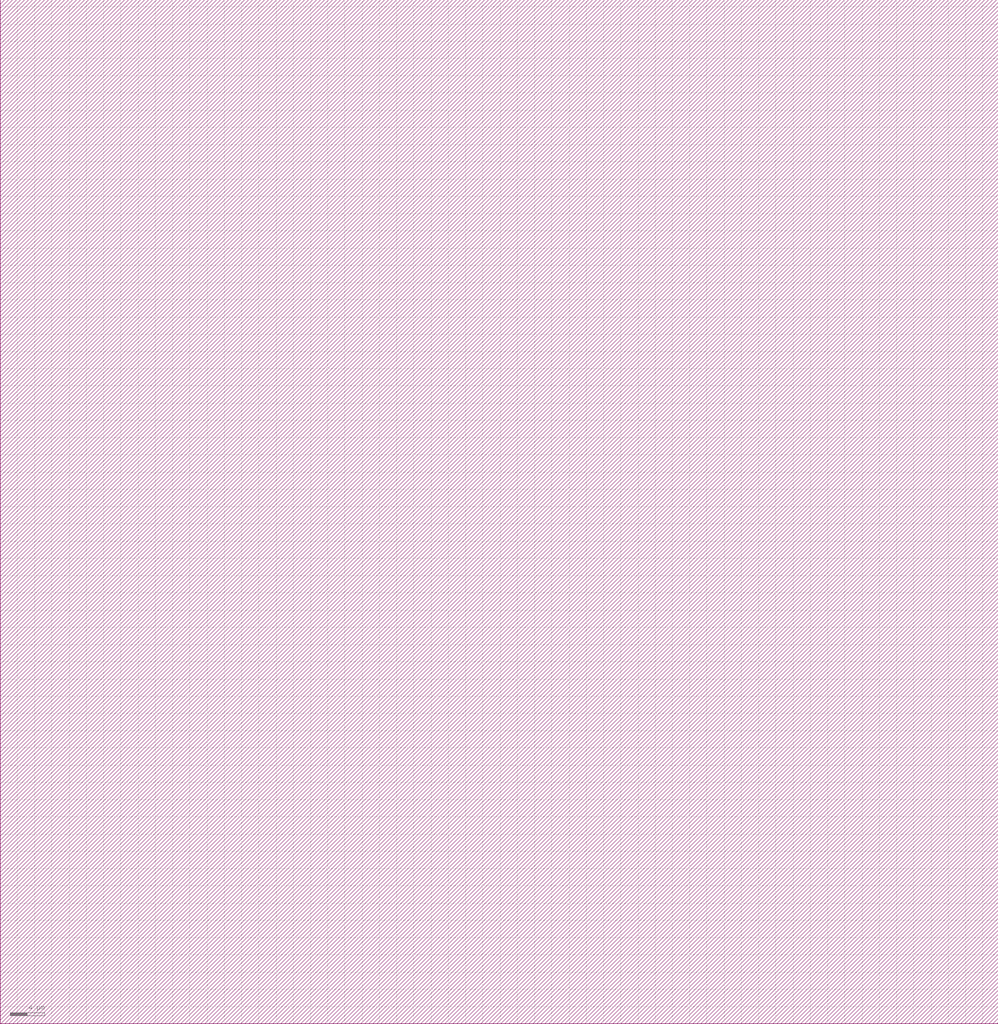
<source format=lef>
VERSION 5.6 ;

BUSBITCHARS "[]" ;

DIVIDERCHAR "/" ;

UNITS
    DATABASE MICRONS 1000 ;
END UNITS

MANUFACTURINGGRID 0.005000 ; 

CLEARANCEMEASURE EUCLIDEAN ; 

USEMINSPACING OBS ON ; 

SITE CoreSite
    CLASS CORE ;
    SIZE 0.600000 BY 0.300000 ;
END CoreSite

LAYER li
   TYPE ROUTING ;
   DIRECTION VERTICAL ;
   MINWIDTH 0.300000 ;
   AREA 0.056250 ;
   WIDTH 0.300000 ;
   SPACINGTABLE
      PARALLELRUNLENGTH 0.0
      WIDTH 0.0 0.225000 ;
   PITCH 0.600000 0.600000 ;
END li

LAYER mcon
    TYPE CUT ;
    SPACING 0.225000 ;
    WIDTH 0.300000 ;
    ENCLOSURE ABOVE 0.075000 0.075000 ;
    ENCLOSURE BELOW 0.000000 0.000000 ;
END mcon

LAYER met1
   TYPE ROUTING ;
   DIRECTION HORIZONTAL ;
   MINWIDTH 0.150000 ;
   AREA 0.084375 ;
   WIDTH 0.150000 ;
   SPACINGTABLE
      PARALLELRUNLENGTH 0.0
      WIDTH 0.0 0.150000 ;
   PITCH 0.300000 0.300000 ;
END met1

LAYER v1
    TYPE CUT ;
    SPACING 0.075000 ;
    WIDTH 0.300000 ;
    ENCLOSURE ABOVE 0.075000 0.075000 ;
    ENCLOSURE BELOW 0.075000 0.075000 ;
END v1

LAYER met2
   TYPE ROUTING ;
   DIRECTION VERTICAL ;
   MINWIDTH 0.150000 ;
   AREA 0.073125 ;
   WIDTH 0.150000 ;
   SPACINGTABLE
      PARALLELRUNLENGTH 0.0
      WIDTH 0.0 0.150000 ;
   PITCH 0.300000 0.300000 ;
END met2

LAYER v2
    TYPE CUT ;
    SPACING 0.150000 ;
    WIDTH 0.300000 ;
    ENCLOSURE ABOVE 0.075000 0.075000 ;
    ENCLOSURE BELOW 0.075000 0.000000 ;
END v2

LAYER met3
   TYPE ROUTING ;
   DIRECTION HORIZONTAL ;
   MINWIDTH 0.300000 ;
   AREA 0.241875 ;
   WIDTH 0.300000 ;
   SPACINGTABLE
      PARALLELRUNLENGTH 0.0
      WIDTH 0.0 0.300000 ;
   PITCH 0.600000 0.600000 ;
END met3

LAYER v3
    TYPE CUT ;
    SPACING 0.150000 ;
    WIDTH 0.450000 ;
    ENCLOSURE ABOVE 0.075000 0.075000 ;
    ENCLOSURE BELOW 0.075000 0.000000 ;
END v3

LAYER met4
   TYPE ROUTING ;
   DIRECTION VERTICAL ;
   MINWIDTH 0.300000 ;
   AREA 0.241875 ;
   WIDTH 0.300000 ;
   SPACINGTABLE
      PARALLELRUNLENGTH 0.0
      WIDTH 0.0 0.300000 ;
   PITCH 0.600000 0.600000 ;
END met4

LAYER v4
    TYPE CUT ;
    SPACING 0.450000 ;
    WIDTH 1.200000 ;
    ENCLOSURE ABOVE 0.150000 0.150000 ;
    ENCLOSURE BELOW 0.000000 0.000000 ;
END v4

LAYER met5
   TYPE ROUTING ;
   DIRECTION HORIZONTAL ;
   MINWIDTH 1.650000 ;
   AREA 4.005000 ;
   WIDTH 1.650000 ;
   SPACINGTABLE
      PARALLELRUNLENGTH 0.0
      WIDTH 0.0 1.650000 ;
   PITCH 3.300000 3.300000 ;
END met5

LAYER OVERLAP
   TYPE OVERLAP ;
END OVERLAP

VIA mcon_C DEFAULT
   LAYER li ;
     RECT -0.150000 -0.150000 0.150000 0.150000 ;
   LAYER mcon ;
     RECT -0.150000 -0.150000 0.150000 0.150000 ;
   LAYER met1 ;
     RECT -0.225000 -0.225000 0.225000 0.225000 ;
END mcon_C

VIA v1_C DEFAULT
   LAYER met1 ;
     RECT -0.225000 -0.225000 0.225000 0.225000 ;
   LAYER v1 ;
     RECT -0.150000 -0.150000 0.150000 0.150000 ;
   LAYER met2 ;
     RECT -0.225000 -0.225000 0.225000 0.225000 ;
END v1_C

VIA v2_C DEFAULT
   LAYER met2 ;
     RECT -0.150000 -0.225000 0.150000 0.225000 ;
   LAYER v2 ;
     RECT -0.150000 -0.150000 0.150000 0.150000 ;
   LAYER met3 ;
     RECT -0.225000 -0.225000 0.225000 0.225000 ;
END v2_C

VIA v2_Ch
   LAYER met2 ;
     RECT -0.225000 -0.150000 0.225000 0.150000 ;
   LAYER v2 ;
     RECT -0.150000 -0.150000 0.150000 0.150000 ;
   LAYER met3 ;
     RECT -0.225000 -0.225000 0.225000 0.225000 ;
END v2_Ch

VIA v2_Cv
   LAYER met2 ;
     RECT -0.150000 -0.225000 0.150000 0.225000 ;
   LAYER v2 ;
     RECT -0.150000 -0.150000 0.150000 0.150000 ;
   LAYER met3 ;
     RECT -0.225000 -0.225000 0.225000 0.225000 ;
END v2_Cv

VIA v3_C DEFAULT
   LAYER met3 ;
     RECT -0.300000 -0.225000 0.300000 0.225000 ;
   LAYER v3 ;
     RECT -0.225000 -0.225000 0.225000 0.225000 ;
   LAYER met4 ;
     RECT -0.300000 -0.300000 0.300000 0.300000 ;
END v3_C

VIA v3_Ch
   LAYER met3 ;
     RECT -0.300000 -0.225000 0.300000 0.225000 ;
   LAYER v3 ;
     RECT -0.225000 -0.225000 0.225000 0.225000 ;
   LAYER met4 ;
     RECT -0.300000 -0.300000 0.300000 0.300000 ;
END v3_Ch

VIA v3_Cv
   LAYER met3 ;
     RECT -0.300000 -0.225000 0.300000 0.225000 ;
   LAYER v3 ;
     RECT -0.225000 -0.225000 0.225000 0.225000 ;
   LAYER met4 ;
     RECT -0.300000 -0.300000 0.300000 0.300000 ;
END v3_Cv

VIA v4_C DEFAULT
   LAYER met4 ;
     RECT -0.600000 -0.600000 0.600000 0.600000 ;
   LAYER v4 ;
     RECT -0.600000 -0.600000 0.600000 0.600000 ;
   LAYER met5 ;
     RECT -0.750000 -0.750000 0.750000 0.750000 ;
END v4_C

MACRO _0_0cell_0_0gcelem3x0
    CLASS CORE ;
    FOREIGN _0_0cell_0_0gcelem3x0 0.000000 0.000000 ;
    ORIGIN 0.000000 0.000000 ;
    SIZE 6.600000 BY 4.800000 ;
    SYMMETRY X Y ;
    SITE CoreSite ;
    PIN in_50_6
        DIRECTION INPUT ;
        USE SIGNAL ;
        PORT
        LAYER li ;
        RECT 5.400000 3.900000 5.700000 3.975000 ;
        RECT 5.400000 3.675000 5.625000 3.900000 ;
        RECT 5.400000 3.600000 5.700000 3.675000 ;
        RECT 5.625000 3.675000 5.700000 3.900000 ;
        END
        ANTENNAGATEAREA 0.371250 ;
    END in_50_6
    PIN in_51_6
        DIRECTION INPUT ;
        USE SIGNAL ;
        PORT
        LAYER li ;
        RECT 4.200000 4.425000 4.650000 4.500000 ;
        RECT 4.200000 4.200000 4.350000 4.425000 ;
        RECT 4.200000 4.125000 4.650000 4.200000 ;
        RECT 4.200000 3.600000 4.500000 4.125000 ;
        RECT 4.350000 4.200000 4.575000 4.425000 ;
        RECT 4.575000 4.200000 4.650000 4.425000 ;
        END
        ANTENNAGATEAREA 0.371250 ;
    END in_51_6
    PIN in_52_6
        DIRECTION INPUT ;
        USE SIGNAL ;
        PORT
        LAYER li ;
        RECT 3.000000 3.900000 3.300000 3.975000 ;
        RECT 3.000000 3.675000 3.075000 3.900000 ;
        RECT 3.000000 3.600000 3.300000 3.675000 ;
        RECT 3.075000 3.675000 3.300000 3.900000 ;
        END
        ANTENNAGATEAREA 0.371250 ;
    END in_52_6
    PIN out
        DIRECTION OUTPUT ;
        USE SIGNAL ;
        PORT
        LAYER li ;
        RECT 3.000000 0.300000 3.300000 0.375000 ;
        RECT 3.000000 0.375000 3.075000 0.600000 ;
        RECT 3.525000 0.300000 3.825000 0.375000 ;
        RECT 3.075000 0.375000 3.300000 0.600000 ;
        RECT 3.525000 2.325000 3.825000 2.400000 ;
        RECT 3.525000 2.100000 3.600000 2.325000 ;
        RECT 3.525000 1.425000 3.825000 2.100000 ;
        RECT 3.525000 1.200000 3.600000 1.425000 ;
        RECT 3.525000 0.600000 3.825000 1.200000 ;
        RECT 3.525000 0.375000 3.600000 0.600000 ;
        RECT 3.600000 2.100000 3.825000 2.325000 ;
        RECT 3.600000 1.200000 3.825000 1.425000 ;
        RECT 3.600000 0.375000 3.825000 0.600000 ;
        RECT 5.400000 0.600000 5.775000 0.675000 ;
        RECT 5.400000 0.375000 5.475000 0.600000 ;
        RECT 5.400000 0.300000 5.775000 0.375000 ;
        RECT 5.475000 0.375000 5.700000 0.600000 ;
        RECT 5.700000 0.375000 5.775000 0.600000 ;
        LAYER mcon ;
        RECT 3.075000 0.375000 3.300000 0.600000 ;
        RECT 3.600000 0.375000 3.825000 0.600000 ;
        RECT 5.475000 0.375000 5.700000 0.600000 ;
        LAYER met1 ;
        RECT 3.000000 0.600000 5.775000 0.675000 ;
        RECT 3.000000 0.375000 3.075000 0.600000 ;
        RECT 3.000000 0.300000 5.775000 0.375000 ;
        RECT 3.075000 0.375000 3.300000 0.600000 ;
        RECT 3.300000 0.375000 3.600000 0.600000 ;
        RECT 3.600000 0.375000 3.825000 0.600000 ;
        RECT 3.825000 0.375000 5.475000 0.600000 ;
        RECT 5.475000 0.375000 5.700000 0.600000 ;
        RECT 5.700000 0.375000 5.775000 0.600000 ;
        END
        ANTENNAGATEAREA 0.360000 ;
        ANTENNADIFFAREA 0.945000 ;
    END out
    PIN Vdd
        DIRECTION INPUT ;
        USE POWER ;
        PORT
        LAYER li ;
        RECT 0.600000 3.825000 0.900000 3.900000 ;
        RECT 0.600000 3.600000 0.675000 3.825000 ;
        RECT 0.600000 2.400000 0.900000 3.600000 ;
        RECT 0.600000 2.175000 0.675000 2.400000 ;
        RECT 0.600000 2.100000 0.900000 2.175000 ;
        RECT 0.675000 3.600000 0.900000 3.825000 ;
        RECT 0.675000 2.175000 0.900000 2.400000 ;
        RECT 1.800000 0.300000 2.100000 0.375000 ;
        RECT 1.800000 2.400000 2.100000 3.600000 ;
        RECT 1.800000 2.175000 1.875000 2.400000 ;
        RECT 1.800000 0.600000 2.100000 2.175000 ;
        RECT 1.800000 0.375000 1.875000 0.600000 ;
        RECT 1.800000 3.825000 2.100000 3.900000 ;
        RECT 1.800000 3.600000 2.025000 3.825000 ;
        RECT 1.875000 2.175000 2.100000 2.400000 ;
        RECT 1.875000 0.375000 2.100000 0.600000 ;
        RECT 2.025000 3.600000 2.100000 3.825000 ;
        RECT 4.875000 2.175000 4.950000 2.400000 ;
        RECT 4.875000 2.100000 5.250000 2.175000 ;
        RECT 4.950000 2.175000 5.175000 2.400000 ;
        RECT 5.175000 2.175000 5.250000 2.400000 ;
        LAYER mcon ;
        RECT 0.675000 3.600000 0.900000 3.825000 ;
        RECT 1.875000 2.175000 2.100000 2.400000 ;
        RECT 1.800000 3.600000 2.025000 3.825000 ;
        RECT 4.950000 2.175000 5.175000 2.400000 ;
        LAYER met1 ;
        RECT 0.600000 3.825000 2.100000 3.900000 ;
        RECT 0.600000 3.600000 0.675000 3.825000 ;
        RECT 0.600000 3.525000 2.100000 3.600000 ;
        RECT 0.675000 3.600000 0.900000 3.825000 ;
        RECT 0.900000 3.600000 1.800000 3.825000 ;
        RECT 1.800000 3.600000 2.025000 3.825000 ;
        RECT 2.025000 3.600000 2.100000 3.825000 ;
        RECT 1.800000 2.400000 5.250000 2.475000 ;
        RECT 1.800000 2.175000 1.875000 2.400000 ;
        RECT 1.800000 2.100000 5.250000 2.175000 ;
        RECT 1.875000 2.175000 2.100000 2.400000 ;
        RECT 2.100000 2.175000 4.950000 2.400000 ;
        RECT 4.950000 2.175000 5.175000 2.400000 ;
        RECT 5.175000 2.175000 5.250000 2.400000 ;
        END
        ANTENNAGATEAREA 0.945000 ;
        ANTENNADIFFAREA 0.630000 ;
    END Vdd
    PIN GND
        DIRECTION INPUT ;
        USE GROUND ;
        PORT
        LAYER li ;
        RECT 0.600000 1.350000 0.900000 1.425000 ;
        RECT 0.600000 1.125000 0.675000 1.350000 ;
        RECT 0.600000 0.600000 0.900000 1.125000 ;
        RECT 0.600000 0.375000 0.675000 0.600000 ;
        RECT 0.600000 0.300000 0.900000 0.375000 ;
        RECT 0.675000 1.125000 0.900000 1.350000 ;
        RECT 0.675000 0.375000 0.900000 0.600000 ;
        RECT 1.125000 2.925000 1.200000 3.150000 ;
        RECT 1.125000 2.850000 1.500000 2.925000 ;
        RECT 1.200000 1.200000 1.500000 2.850000 ;
        RECT 1.200000 0.975000 1.275000 1.200000 ;
        RECT 1.200000 0.600000 1.500000 0.975000 ;
        RECT 1.200000 0.375000 1.425000 0.600000 ;
        RECT 1.200000 0.300000 1.500000 0.375000 ;
        RECT 1.200000 2.925000 1.425000 3.150000 ;
        RECT 1.275000 0.975000 1.500000 1.200000 ;
        RECT 1.425000 0.375000 1.500000 0.600000 ;
        RECT 1.425000 2.925000 1.500000 3.150000 ;
        RECT 4.875000 1.350000 5.250000 1.425000 ;
        RECT 4.875000 0.975000 4.950000 1.350000 ;
        RECT 4.875000 0.900000 5.250000 0.975000 ;
        RECT 4.950000 1.200000 5.175000 1.350000 ;
        RECT 4.950000 1.125000 5.175000 1.200000 ;
        RECT 4.950000 0.975000 5.175000 1.125000 ;
        RECT 5.175000 0.975000 5.250000 1.350000 ;
        LAYER mcon ;
        RECT 0.675000 0.375000 0.900000 0.600000 ;
        RECT 1.200000 0.375000 1.425000 0.600000 ;
        RECT 1.275000 0.975000 1.500000 1.200000 ;
        RECT 4.950000 1.125000 5.175000 1.200000 ;
        RECT 4.950000 0.975000 5.175000 1.125000 ;
        LAYER met1 ;
        RECT 0.600000 0.600000 1.500000 0.675000 ;
        RECT 0.600000 0.375000 0.675000 0.600000 ;
        RECT 0.600000 0.300000 1.500000 0.375000 ;
        RECT 0.675000 0.375000 0.900000 0.600000 ;
        RECT 0.900000 0.375000 1.200000 0.600000 ;
        RECT 1.200000 1.200000 5.250000 1.275000 ;
        RECT 1.200000 0.975000 1.275000 1.200000 ;
        RECT 1.200000 0.900000 5.250000 0.975000 ;
        RECT 1.200000 0.375000 1.425000 0.600000 ;
        RECT 1.275000 0.975000 1.500000 1.200000 ;
        RECT 1.425000 0.375000 1.500000 0.600000 ;
        RECT 1.500000 0.975000 4.950000 1.200000 ;
        RECT 4.950000 1.125000 5.175000 1.200000 ;
        RECT 4.950000 0.975000 5.175000 1.125000 ;
        RECT 5.175000 0.975000 5.250000 1.200000 ;
        END
        ANTENNAGATEAREA 0.472500 ;
        ANTENNADIFFAREA 0.540000 ;
    END GND
    OBS
        LAYER li ;
        RECT 3.000000 3.000000 3.300000 3.075000 ;
        RECT 3.000000 2.775000 3.225000 3.000000 ;
        RECT 3.000000 2.700000 3.300000 2.775000 ;
        RECT 3.225000 2.775000 3.300000 3.000000 ;
        RECT 5.550000 3.000000 5.850000 3.075000 ;
        RECT 5.550000 2.775000 5.625000 3.000000 ;
        RECT 5.550000 2.625000 5.850000 2.775000 ;
        RECT 5.550000 2.400000 5.625000 2.625000 ;
        RECT 5.550000 2.325000 5.850000 2.400000 ;
        RECT 5.625000 2.775000 5.850000 3.000000 ;
        RECT 5.625000 2.400000 5.850000 2.625000 ;
        LAYER met1 ;
        RECT 3.000000 3.000000 5.925000 3.075000 ;
        RECT 3.000000 2.775000 5.625000 3.000000 ;
        RECT 3.000000 2.700000 5.925000 2.775000 ;
        RECT 5.625000 2.775000 5.850000 3.000000 ;
        RECT 5.850000 2.775000 5.925000 3.000000 ;
    END
END _0_0cell_0_0gcelem3x0

MACRO welltap_svt
    CLASS CORE WELLTAP ;
    FOREIGN welltap_svt 0.000000 0.000000 ;
    ORIGIN 0.000000 0.000000 ;
    SIZE 1.200000 BY 2.100000 ;
    SYMMETRY X Y ;
    SITE CoreSite ;
    PIN Vdd
        DIRECTION INPUT ;
        USE POWER ;
        PORT
        LAYER li ;
        RECT 0.600000 1.500000 0.900000 1.800000 ;
        END
    END Vdd
    PIN GND
        DIRECTION INPUT ;
        USE GROUND ;
        PORT
        LAYER li ;
        RECT 0.600000 0.300000 0.900000 0.600000 ;
        END
    END GND
END welltap_svt

MACRO circuitppnp
   CLASS CORE ;
   FOREIGN circuitppnp 0.000000 0.000000 ;
   ORIGIN 0.000000 0.000000 ; 
   SIZE 115.800000 BY 118.800000 ; 
   SYMMETRY X Y ;
   SITE CoreSite ;
END circuitppnp

MACRO circuitwell
   CLASS CORE ;
   FOREIGN circuitwell 0.000000 0.000000 ;
   ORIGIN 0.000000 0.000000 ; 
   SIZE 115.800000 BY 118.800000 ; 
   SYMMETRY X Y ;
   SITE CoreSite ;
END circuitwell


</source>
